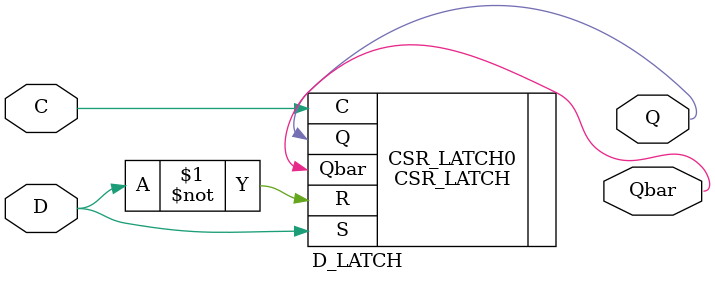
<source format=v>
`timescale 1ns / 1ps
module D_LATCH(
	input wire D, C,
	output wire Q, Qbar
    );
	 
	 CSR_LATCH CSR_LATCH0(
		.S(D),
		.R(~D),
		.C(C),
		.Q(Q),
		.Qbar(Qbar)
	 );


endmodule

</source>
